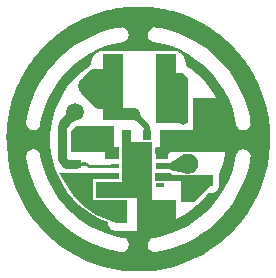
<source format=gtl>
G04 Layer_Physical_Order=1*
G04 Layer_Color=26367*
%FSLAX25Y25*%
%MOIN*%
G70*
G01*
G75*
%ADD10C,0.01181*%
%ADD11R,0.03150X0.03543*%
%ADD12R,0.03150X0.03543*%
%ADD13R,0.03543X0.03150*%
%ADD14R,0.03543X0.03150*%
%ADD15R,0.07087X0.03543*%
%ADD16R,0.03543X0.07087*%
%ADD17R,0.06693X0.22441*%
%ADD18R,0.02756X0.01378*%
%ADD19R,0.09055X0.12598*%
%ADD20C,0.01000*%
%ADD21C,0.02000*%
%ADD22C,0.04756*%
%ADD23C,0.03000*%
%ADD24C,0.01300*%
%ADD25C,0.04000*%
%ADD26R,0.04429X0.03839*%
%ADD27R,0.04823X0.03839*%
%ADD28R,0.04724X0.02264*%
%ADD29C,0.05906*%
%ADD30C,0.02362*%
%ADD31C,0.03937*%
%ADD32C,0.04724*%
%ADD33C,0.03150*%
%ADD34C,0.01969*%
G36*
X310737Y341003D02*
X314147Y340466D01*
X317503Y339663D01*
X320786Y338598D01*
X323976Y337279D01*
X327052Y335714D01*
X329996Y333912D01*
X332789Y331885D01*
X335415Y329645D01*
X337856Y327205D01*
X340099Y324582D01*
X342128Y321790D01*
X343933Y318848D01*
X345500Y315773D01*
X346822Y312584D01*
X347889Y309302D01*
X348695Y305946D01*
X349235Y302537D01*
X349506Y299096D01*
Y297486D01*
Y295545D01*
X349235Y292104D01*
X348695Y288695D01*
X347889Y285339D01*
X346822Y282057D01*
X345500Y278868D01*
X343933Y275794D01*
X342128Y272851D01*
X340099Y270060D01*
X337856Y267436D01*
X335415Y264997D01*
X332789Y262756D01*
X329996Y260729D01*
X327052Y258927D01*
X323976Y257362D01*
X320786Y256043D01*
X317503Y254979D01*
X314147Y254175D01*
X310737Y253638D01*
X307296Y253370D01*
X305571Y253371D01*
Y253371D01*
X303937Y253373D01*
X300680Y253618D01*
X297451Y254105D01*
X294266Y254830D01*
X291144Y255790D01*
X288102Y256979D01*
X285157Y258391D01*
X282325Y260018D01*
X279621Y261851D01*
X277061Y263880D01*
X274659Y266093D01*
X272428Y268479D01*
X271405Y269751D01*
X271405D01*
X271404Y269751D01*
X270237Y271202D01*
X268157Y274290D01*
X266346Y277544D01*
X264816Y280939D01*
X263580Y284452D01*
X262646Y288056D01*
X262020Y291727D01*
X261707Y295437D01*
X261708Y297321D01*
X261707Y299204D01*
X262020Y302914D01*
X262646Y306585D01*
X263580Y310190D01*
X264816Y313702D01*
X266346Y317097D01*
X268157Y320351D01*
X270237Y323440D01*
X271405Y324890D01*
X272428Y326163D01*
X274659Y328548D01*
X277061Y330761D01*
X279621Y332790D01*
X282325Y334623D01*
X285157Y336250D01*
X288102Y337662D01*
X291144Y338851D01*
X294266Y339811D01*
X297451Y340536D01*
X300680Y341023D01*
X303937Y341268D01*
X305363Y341270D01*
D01*
X305571Y341270D01*
X307296Y341271D01*
X310737Y341003D01*
D02*
G37*
%LPC*%
G36*
X270585Y294068D02*
X269826Y293936D01*
X269756Y293891D01*
X269673Y293877D01*
X269020Y293468D01*
X268972Y293400D01*
X268901Y293356D01*
X268450Y292730D01*
X268431Y292649D01*
X268382Y292582D01*
X268200Y291833D01*
X268213Y291750D01*
X268193Y291669D01*
X268250Y291288D01*
X268251Y291286D01*
X268251Y291284D01*
X268481Y289834D01*
X268490Y289819D01*
X268487Y289801D01*
X269174Y286945D01*
X269184Y286931D01*
X269183Y286913D01*
X270092Y284120D01*
X270103Y284106D01*
Y284089D01*
X271228Y281375D01*
X271240Y281363D01*
X271242Y281345D01*
X272576Y278728D01*
X272589Y278716D01*
X272592Y278699D01*
X274127Y276195D01*
X274142Y276184D01*
X274146Y276167D01*
X275872Y273791D01*
X275888Y273782D01*
X275893Y273765D01*
X277801Y271531D01*
X277817Y271523D01*
X277823Y271507D01*
X279901Y269430D01*
X279917Y269423D01*
X279925Y269407D01*
X282158Y267499D01*
X282175Y267494D01*
X282185Y267479D01*
X284561Y265752D01*
X284578Y265748D01*
X284589Y265734D01*
X287093Y264198D01*
X287110Y264196D01*
X287122Y264182D01*
X289739Y262848D01*
X289756Y262847D01*
X289769Y262834D01*
X292482Y261709D01*
X292500D01*
X292514Y261698D01*
X295307Y260789D01*
X295325Y260791D01*
X295339Y260780D01*
X298195Y260094D01*
X298213Y260097D01*
X298228Y260087D01*
X299678Y259857D01*
X299680Y259857D01*
X299682Y259856D01*
X300063Y259799D01*
X300144Y259819D01*
X300226Y259806D01*
X300975Y259988D01*
X301043Y260037D01*
X301124Y260056D01*
X301749Y260507D01*
X301793Y260578D01*
X301862Y260626D01*
X302271Y261279D01*
X302285Y261362D01*
X302329Y261432D01*
X302462Y262192D01*
X302444Y262273D01*
X302459Y262355D01*
X302296Y263108D01*
X302248Y263177D01*
X302231Y263259D01*
X301796Y263895D01*
X301726Y263941D01*
X301679Y264010D01*
X301036Y264435D01*
X300954Y264451D01*
X300884Y264497D01*
X300599Y264554D01*
X300503Y264616D01*
X298795Y264931D01*
X295444Y265824D01*
X292210Y267062D01*
X289124Y268631D01*
X286219Y270515D01*
X283527Y272692D01*
X281077Y275139D01*
X278897Y277829D01*
X277011Y280733D01*
X275439Y283818D01*
X274198Y287050D01*
X273301Y290400D01*
X272985Y292108D01*
X272959Y292148D01*
X272891Y292491D01*
X272844Y292560D01*
X272828Y292642D01*
X272403Y293285D01*
X272334Y293332D01*
X272288Y293402D01*
X271653Y293837D01*
X271571Y293854D01*
X271502Y293902D01*
X270749Y294065D01*
X270667Y294050D01*
X270585Y294068D01*
D02*
G37*
G36*
X340635D02*
X340554Y294050D01*
X340472Y294065D01*
X339718Y293902D01*
X339650Y293854D01*
X339568Y293837D01*
X338932Y293402D01*
X338886Y293332D01*
X338817Y293285D01*
X338392Y292642D01*
X338376Y292560D01*
X338330Y292491D01*
X338261Y292148D01*
X338235Y292108D01*
X337919Y290400D01*
X337022Y287050D01*
X335782Y283817D01*
X334209Y280732D01*
X332323Y277829D01*
X330143Y275139D01*
X327694Y272692D01*
X325002Y270515D01*
X322096Y268631D01*
X319010Y267062D01*
X315776Y265824D01*
X312426Y264931D01*
X310717Y264616D01*
X310622Y264554D01*
X310336Y264497D01*
X310267Y264451D01*
X310185Y264435D01*
X309542Y264010D01*
X309495Y263941D01*
X309425Y263895D01*
X308990Y263259D01*
X308973Y263177D01*
X308925Y263108D01*
X308762Y262355D01*
X308776Y262273D01*
X308758Y262192D01*
X308891Y261432D01*
X308936Y261362D01*
X308950Y261279D01*
X309359Y260626D01*
X309427Y260578D01*
X309471Y260507D01*
X310096Y260056D01*
X310178Y260037D01*
X310245Y259988D01*
X310994Y259806D01*
X311077Y259819D01*
X311158Y259799D01*
X311539Y259856D01*
X311541Y259857D01*
X311542Y259857D01*
X312993Y260087D01*
X313008Y260097D01*
X313026Y260094D01*
X315881Y260780D01*
X315896Y260791D01*
X315914Y260789D01*
X318707Y261698D01*
X318720Y261709D01*
X318738D01*
X321451Y262834D01*
X321464Y262847D01*
X321482Y262848D01*
X324099Y264182D01*
X324110Y264196D01*
X324128Y264198D01*
X326632Y265734D01*
X326642Y265748D01*
X326660Y265752D01*
X329036Y267479D01*
X329045Y267494D01*
X329062Y267499D01*
X331295Y269407D01*
X331304Y269423D01*
X331320Y269430D01*
X333397Y271507D01*
X333404Y271523D01*
X333420Y271531D01*
X335327Y273765D01*
X335333Y273782D01*
X335348Y273791D01*
X337075Y276167D01*
X337079Y276184D01*
X337093Y276195D01*
X338628Y278699D01*
X338631Y278717D01*
X338645Y278728D01*
X339979Y281345D01*
X339980Y281363D01*
X339993Y281375D01*
X341117Y284089D01*
Y284106D01*
X341129Y284120D01*
X342037Y286913D01*
X342036Y286931D01*
X342046Y286945D01*
X342733Y289801D01*
X342730Y289819D01*
X342740Y289834D01*
X342970Y291284D01*
X342969Y291286D01*
X342970Y291288D01*
X343028Y291669D01*
X343007Y291750D01*
X343020Y291833D01*
X342839Y292582D01*
X342790Y292649D01*
X342770Y292730D01*
X342320Y293356D01*
X342249Y293400D01*
X342200Y293468D01*
X341547Y293877D01*
X341465Y293891D01*
X341394Y293936D01*
X340635Y294068D01*
D02*
G37*
G36*
X311158Y334689D02*
X311077Y334669D01*
X310994Y334682D01*
X310245Y334500D01*
X310178Y334451D01*
X310096Y334432D01*
X309471Y333981D01*
X309427Y333910D01*
X309359Y333862D01*
X308950Y333209D01*
X308936Y333126D01*
X308891Y333056D01*
X308758Y332297D01*
X308776Y332215D01*
X308762Y332133D01*
X308925Y331380D01*
X308973Y331311D01*
X308990Y331229D01*
X309425Y330593D01*
X309495Y330548D01*
X309542Y330479D01*
X310185Y330053D01*
X310267Y330038D01*
X310336Y329991D01*
X310622Y329934D01*
X310717Y329872D01*
X312426Y329558D01*
X315776Y328664D01*
X319010Y327426D01*
X322096Y325857D01*
X325002Y323973D01*
X327694Y321796D01*
X330143Y319349D01*
X332323Y316659D01*
X334209Y313756D01*
X335782Y310671D01*
X337022Y307438D01*
X337919Y304088D01*
X338235Y302380D01*
X338261Y302340D01*
X338330Y301997D01*
X338376Y301928D01*
X338392Y301846D01*
X338817Y301203D01*
X338886Y301156D01*
X338932Y301086D01*
X339568Y300651D01*
X339650Y300634D01*
X339718Y300586D01*
X340472Y300423D01*
X340554Y300438D01*
X340635Y300420D01*
X341394Y300553D01*
X341465Y300597D01*
X341547Y300611D01*
X342200Y301020D01*
X342249Y301089D01*
X342320Y301132D01*
X342770Y301758D01*
X342790Y301839D01*
X342839Y301906D01*
X343020Y302656D01*
X343007Y302738D01*
X343028Y302819D01*
X342970Y303200D01*
X342969Y303202D01*
X342970Y303204D01*
X342740Y304654D01*
X342730Y304669D01*
X342733Y304687D01*
X342046Y307543D01*
X342036Y307557D01*
X342037Y307575D01*
X341129Y310368D01*
X341117Y310382D01*
Y310400D01*
X339993Y313113D01*
X339980Y313125D01*
X339979Y313143D01*
X338645Y315760D01*
X338631Y315772D01*
X338628Y315789D01*
X337093Y318293D01*
X337079Y318304D01*
X337075Y318321D01*
X335348Y320697D01*
X335333Y320707D01*
X335327Y320724D01*
X333420Y322957D01*
X333404Y322965D01*
X333397Y322981D01*
X331320Y325058D01*
X331304Y325065D01*
X331295Y325081D01*
X329062Y326989D01*
X329045Y326994D01*
X329036Y327009D01*
X326660Y328736D01*
X326642Y328740D01*
X326632Y328755D01*
X324128Y330290D01*
X324110Y330293D01*
X324099Y330306D01*
X321482Y331640D01*
X321464Y331641D01*
X321451Y331654D01*
X318738Y332779D01*
X318720D01*
X318707Y332790D01*
X315914Y333699D01*
X315896Y333697D01*
X315881Y333708D01*
X313026Y334395D01*
X313008Y334392D01*
X312993Y334401D01*
X311542Y334631D01*
X311541Y334631D01*
X311539Y334632D01*
X311158Y334689D01*
D02*
G37*
G36*
X300063D02*
X299682Y334632D01*
X299680Y334631D01*
X299678Y334631D01*
X298228Y334401D01*
X298213Y334392D01*
X298195Y334395D01*
X295339Y333708D01*
X295325Y333697D01*
X295307Y333699D01*
X292514Y332790D01*
X292500Y332779D01*
X292482D01*
X289769Y331654D01*
X289756Y331641D01*
X289739Y331640D01*
X287122Y330306D01*
X287110Y330293D01*
X287093Y330290D01*
X284589Y328755D01*
X284578Y328740D01*
X284561Y328736D01*
X282185Y327009D01*
X282175Y326994D01*
X282158Y326989D01*
X279925Y325081D01*
X279917Y325065D01*
X279901Y325058D01*
X277823Y322981D01*
X277817Y322965D01*
X277801Y322957D01*
X275893Y320724D01*
X275888Y320707D01*
X275872Y320697D01*
X274146Y318321D01*
X274142Y318304D01*
X274127Y318293D01*
X272592Y315789D01*
X272589Y315772D01*
X272576Y315760D01*
X271242Y313143D01*
X271240Y313125D01*
X271228Y313113D01*
X270103Y310400D01*
Y310382D01*
X270092Y310368D01*
X269183Y307575D01*
X269184Y307557D01*
X269174Y307543D01*
X268487Y304687D01*
X268490Y304669D01*
X268481Y304654D01*
X268251Y303204D01*
X268251Y303202D01*
X268250Y303200D01*
X268193Y302819D01*
X268213Y302738D01*
X268200Y302656D01*
X268382Y301906D01*
X268431Y301839D01*
X268450Y301758D01*
X268901Y301132D01*
X268972Y301089D01*
X269020Y301020D01*
X269673Y300611D01*
X269756Y300597D01*
X269826Y300553D01*
X270585Y300420D01*
X270667Y300438D01*
X270749Y300423D01*
X271502Y300586D01*
X271571Y300634D01*
X271653Y300651D01*
X272288Y301086D01*
X272334Y301156D01*
X272403Y301203D01*
X272828Y301846D01*
X272844Y301928D01*
X272891Y301997D01*
X272959Y302340D01*
X272985Y302380D01*
X273301Y304088D01*
X274198Y307438D01*
X275439Y310671D01*
X277011Y313756D01*
X278897Y316659D01*
X281077Y319349D01*
X283527Y321796D01*
X286219Y323973D01*
X289124Y325857D01*
X292210Y327426D01*
X295444Y328664D01*
X298795Y329558D01*
X300503Y329872D01*
X300599Y329934D01*
X300884Y329991D01*
X300954Y330038D01*
X301036Y330053D01*
X301679Y330479D01*
X301726Y330548D01*
X301796Y330593D01*
X302231Y331229D01*
X302248Y331311D01*
X302296Y331380D01*
X302459Y332133D01*
X302444Y332215D01*
X302462Y332297D01*
X302329Y333056D01*
X302285Y333126D01*
X302271Y333209D01*
X301862Y333862D01*
X301793Y333910D01*
X301749Y333981D01*
X301124Y334432D01*
X301043Y334451D01*
X300975Y334500D01*
X300226Y334682D01*
X300144Y334669D01*
X300063Y334689D01*
D02*
G37*
G36*
X305561Y327181D02*
X305376Y326994D01*
X293930Y326994D01*
X292924Y326767D01*
X291994Y326325D01*
X291183Y325689D01*
X290533Y324889D01*
X290074Y323967D01*
X289830Y322966D01*
X289814Y322094D01*
X288035Y320895D01*
X285822Y319067D01*
X283798Y317030D01*
X281982Y314806D01*
X280394Y312414D01*
X279046Y309879D01*
X277953Y307224D01*
X277125Y304475D01*
X276569Y301658D01*
X276292Y298800D01*
X276262Y297537D01*
X276156Y297319D01*
X276262Y297097D01*
X276292Y295841D01*
X276569Y292984D01*
X277125Y290167D01*
X277953Y287418D01*
X279046Y284763D01*
X280394Y282227D01*
X281982Y279836D01*
X283798Y277611D01*
X285822Y275575D01*
X288035Y273746D01*
X290417Y272142D01*
X292944Y270779D01*
X295423Y269741D01*
Y269408D01*
X295529Y268875D01*
X295736Y268374D01*
X296038Y267922D01*
X296422Y267539D01*
X296873Y267237D01*
X297375Y267029D01*
X297907Y266923D01*
X305315D01*
X305315Y277756D01*
X291634D01*
X291634Y283071D01*
X300197Y283071D01*
X300197Y300590D01*
X303051Y300590D01*
X303051Y296457D01*
X310236Y296457D01*
X310236Y281496D01*
Y277067D01*
X318110D01*
Y270727D01*
X318201Y270765D01*
X320730Y272125D01*
X323113Y273726D01*
X325329Y275552D01*
X327355Y277586D01*
X328942Y279528D01*
X330012D01*
X330544Y279633D01*
X331046Y279841D01*
X331497Y280143D01*
X331881Y280527D01*
X332183Y280978D01*
X332390Y281480D01*
X332496Y282012D01*
Y285657D01*
X333211Y287386D01*
X334042Y290134D01*
X334601Y292950D01*
X334616Y293110D01*
X312894Y293110D01*
Y300590D01*
X323819D01*
Y311122D01*
X331468D01*
X330764Y312443D01*
X329172Y314832D01*
X327355Y317055D01*
X325329Y319089D01*
X323113Y320915D01*
X321597Y321934D01*
X321597Y321936D01*
X321579Y322966D01*
X321335Y323967D01*
X320876Y324889D01*
X320226Y325689D01*
X319415Y326325D01*
X318484Y326767D01*
X317479Y326994D01*
X305766Y326994D01*
X305648Y327068D01*
X305561Y327181D01*
D02*
G37*
%LPD*%
G36*
X296370Y287660D02*
X296350Y287694D01*
X296290Y287724D01*
X296190Y287750D01*
X296050Y287773D01*
X295870Y287793D01*
X295090Y287830D01*
X294370Y287837D01*
Y288837D01*
X294750Y288839D01*
X296190Y288924D01*
X296290Y288950D01*
X296350Y288980D01*
X296370Y289014D01*
Y287660D01*
D02*
G37*
G36*
X316437Y286221D02*
X317323Y285335D01*
X330610Y285335D01*
Y281791D01*
X329528D01*
X324311Y276575D01*
X319882Y276575D01*
X319882Y283465D01*
X311319D01*
Y286221D01*
X316437Y286221D01*
D02*
G37*
G36*
X299114Y284154D02*
X290551D01*
Y277067D01*
X301772D01*
Y269488D01*
X298130Y269488D01*
X291535Y272146D01*
X288181Y274511D01*
X284005Y278688D01*
X279126Y286220D01*
X299114Y286221D01*
X299114Y284154D01*
D02*
G37*
G36*
X286704Y289969D02*
X286749Y289928D01*
X286824Y289891D01*
X286929Y289860D01*
X287064Y289833D01*
X287229Y289811D01*
X287649Y289781D01*
X288189Y289772D01*
Y288772D01*
X287904Y288769D01*
X287064Y288711D01*
X286929Y288684D01*
X286824Y288652D01*
X286749Y288615D01*
X286704Y288574D01*
X286689Y288527D01*
Y290016D01*
X286704Y289969D01*
D02*
G37*
G36*
X306319Y305577D02*
X306403Y305393D01*
X306541Y305165D01*
X306734Y304894D01*
X307286Y304223D01*
X308059Y303379D01*
X309052Y302363D01*
X307637Y300948D01*
X307107Y301472D01*
X304835Y303459D01*
X304607Y303597D01*
X304423Y303681D01*
X304282Y303709D01*
X306291Y305718D01*
X306319Y305577D01*
D02*
G37*
G36*
X320472Y319488D02*
X322342Y317618D01*
X322342Y302756D01*
X319494D01*
X319497Y302700D01*
X319458Y302708D01*
X319359Y302715D01*
X317977Y302737D01*
X316437Y302740D01*
Y302756D01*
X311614D01*
X311614Y319488D01*
X320472Y319488D01*
D02*
G37*
G36*
X284257Y303471D02*
X284159Y303452D01*
X284012Y303376D01*
X283816Y303243D01*
X283572Y303052D01*
X282937Y302501D01*
X281080Y300711D01*
X278959Y302832D01*
X279492Y303370D01*
X281624Y305764D01*
X281700Y305911D01*
X281719Y306009D01*
X284257Y303471D01*
D02*
G37*
G36*
X323290Y292395D02*
X323881Y292150D01*
X324413Y291795D01*
X324865Y291342D01*
X325221Y290810D01*
X325466Y290219D01*
X325590Y289592D01*
Y289272D01*
Y288942D01*
X325462Y288296D01*
X325210Y287686D01*
X324843Y287138D01*
X324377Y286672D01*
X323829Y286306D01*
X323220Y286054D01*
X322574Y285925D01*
X321521D01*
X320874Y286054D01*
X316043Y287205D01*
Y287681D01*
X314063Y287660D01*
Y289014D01*
X314089Y289009D01*
X314167Y289004D01*
X316043Y288991D01*
Y289469D01*
X319682Y291795D01*
X320214Y292150D01*
X320805Y292395D01*
X321432Y292520D01*
X322662D01*
X323290Y292395D01*
D02*
G37*
G36*
X297539Y293061D02*
X283169D01*
Y300197D01*
X284842Y301870D01*
X297539D01*
Y293061D01*
D02*
G37*
D10*
X303298Y340899D02*
X302304Y340835D01*
X301312Y340747D01*
X300323Y340637D01*
X299336Y340505D01*
X298353Y340349D01*
X297373Y340171D01*
X296398Y339970D01*
X295427Y339748D01*
X294462Y339502D01*
X293503Y339235D01*
X292550Y338946D01*
X291604Y338635D01*
X290666Y338302D01*
X289736Y337948D01*
X288813Y337572D01*
X287900Y337176D01*
X286996Y336758D01*
X286102Y336320D01*
X285218Y335861D01*
X284346Y335382D01*
X283484Y334884D01*
X282634Y334365D01*
X281796Y333827D01*
X280971Y333270D01*
X280158Y332695D01*
X279359Y332100D01*
X278574Y331488D01*
X277804Y330857D01*
X277048Y330209D01*
X276307Y329544D01*
X275581Y328862D01*
X274872Y328164D01*
X274179Y327449D01*
X273502Y326718D01*
X272842Y325973D01*
X272200Y325212D01*
X271575Y324437D01*
X270968Y323647D01*
X270380Y322844D01*
X269810Y322027D01*
X269259Y321198D01*
X268728Y320356D01*
X268215Y319502D01*
X267723Y318637D01*
X267251Y317760D01*
X266799Y316873D01*
X266367Y315976D01*
X265956Y315069D01*
X265566Y314153D01*
X265198Y313228D01*
X264850Y312295D01*
X264524Y311354D01*
X264220Y310406D01*
X263938Y309451D01*
X263678Y308490D01*
X263440Y307523D01*
X263224Y306551D01*
X263031Y305575D01*
X262860Y304594D01*
X262712Y303609D01*
X262586Y302621D01*
X262483Y301631D01*
X262403Y300639D01*
X262346Y299644D01*
X262312Y298649D01*
X262300Y297654D01*
X348914D02*
X348903Y298659D01*
X348868Y299663D01*
X348810Y300666D01*
X348728Y301667D01*
X348623Y302667D01*
X348495Y303663D01*
X348344Y304657D01*
X348170Y305646D01*
X347974Y306632D01*
X347754Y307612D01*
X347512Y308587D01*
X347247Y309557D01*
X346959Y310519D01*
X346650Y311475D01*
X346318Y312424D01*
X345964Y313364D01*
X345589Y314296D01*
X345192Y315219D01*
X344774Y316133D01*
X344335Y317037D01*
X343875Y317930D01*
X343394Y318812D01*
X342893Y319683D01*
X342372Y320543D01*
X341831Y321389D01*
X341270Y322223D01*
X340691Y323044D01*
X340092Y323851D01*
X339475Y324644D01*
X338840Y325423D01*
X338187Y326186D01*
X337516Y326934D01*
X336828Y327667D01*
X336123Y328383D01*
X335402Y329083D01*
X334665Y329765D01*
X333912Y330431D01*
X333144Y331079D01*
X332361Y331709D01*
X331564Y332320D01*
X330753Y332913D01*
X329928Y333487D01*
X329090Y334042D01*
X328240Y334577D01*
X327377Y335092D01*
X326503Y335587D01*
X325617Y336061D01*
X324721Y336515D01*
X323814Y336948D01*
X322897Y337360D01*
X321971Y337750D01*
X321037Y338119D01*
X320094Y338466D01*
X319143Y338791D01*
X318185Y339094D01*
X317220Y339375D01*
X316249Y339633D01*
X315272Y339869D01*
X314290Y340082D01*
X313304Y340272D01*
X312313Y340439D01*
X311318Y340583D01*
X310321Y340704D01*
X309321Y340802D01*
X308319Y340876D01*
X307315Y340927D01*
X306311Y340955D01*
X305306Y340960D01*
X304302Y340941D01*
X303298Y340899D01*
D11*
X314516Y298819D02*
D03*
X301425D02*
D03*
D12*
X308516Y298819D02*
D03*
X295425Y298819D02*
D03*
D13*
X284941Y295323D02*
D03*
D14*
X284941Y289323D02*
D03*
D15*
X326870Y283661D02*
D03*
Y295079D02*
D03*
D16*
X300000Y272736D02*
D03*
X311417Y272736D02*
D03*
D17*
X314961Y314961D02*
D03*
X297244D02*
D03*
D18*
X297736Y291487D02*
D03*
Y288337D02*
D03*
Y285187D02*
D03*
Y282038D02*
D03*
X312697D02*
D03*
Y285187D02*
D03*
Y288337D02*
D03*
Y291487D02*
D03*
D19*
X305217Y286762D02*
D03*
D20*
X284939Y289272D02*
X288189D01*
X289124Y288337D01*
X297736D01*
D21*
X308500Y298900D02*
Y301500D01*
X316437Y303740D02*
X320276D01*
X320472Y303937D01*
X314958Y305219D02*
X316437Y303740D01*
X314958Y305219D02*
Y314000D01*
X304291Y305709D02*
X308500Y301500D01*
D22*
X288400Y315861D02*
X290886Y318347D01*
X288400Y315000D02*
Y315861D01*
Y313864D02*
Y315000D01*
Y313864D02*
X292480Y309784D01*
X289876Y314114D02*
X297718D01*
X290886Y318347D02*
X297423D01*
X292480Y309784D02*
X297736D01*
D23*
X280020Y290945D02*
X281642Y289323D01*
X280020Y290945D02*
Y301772D01*
X284646Y306398D01*
X284890Y289272D02*
X284939Y289320D01*
X281642Y289323D02*
X284941D01*
D24*
X312697Y288337D02*
X319538D01*
X320472Y289272D01*
X284939Y289320D02*
X284941Y289323D01*
D25*
X297933Y306299D02*
X298524Y305709D01*
X304291D01*
D26*
X313533Y292667D02*
D03*
D27*
X296703D02*
D03*
D28*
X313681Y288337D02*
D03*
D29*
X285728Y282185D02*
D03*
X284646Y306398D02*
D03*
X288400Y315000D02*
D03*
D30*
X330512Y307480D02*
D03*
X332579Y295177D02*
D03*
X333957Y298524D02*
D03*
X327362D02*
D03*
Y303248D02*
D03*
X333957D02*
D03*
X320965Y284055D02*
D03*
X320472Y289272D02*
D03*
X292323Y273228D02*
D03*
X306988Y270571D02*
D03*
X316167Y268239D02*
D03*
X321240Y270172D02*
D03*
X325704Y273298D02*
D03*
X329557Y277151D02*
D03*
X334985Y286553D02*
D03*
X336395Y291816D02*
D03*
X336870Y297321D02*
D03*
X336395Y302672D02*
D03*
X334985Y307936D02*
D03*
X332574Y312980D02*
D03*
X329557Y317337D02*
D03*
X325704Y321191D02*
D03*
X285517D02*
D03*
X281664Y317337D02*
D03*
X278538Y312874D02*
D03*
X276236Y307936D02*
D03*
X274825Y302672D02*
D03*
X274351Y297364D02*
D03*
X274825Y291816D02*
D03*
X276236Y286553D02*
D03*
X278538Y281614D02*
D03*
X281664Y277151D02*
D03*
X285517Y273298D02*
D03*
X289980Y270172D02*
D03*
X294765Y267933D02*
D03*
X319882Y317854D02*
D03*
Y315138D02*
D03*
Y312421D02*
D03*
Y309705D02*
D03*
Y306988D02*
D03*
X322047Y291339D02*
D03*
X315256Y275886D02*
D03*
X292717Y294783D02*
D03*
X323622Y289272D02*
D03*
X322047Y287106D02*
D03*
X312303Y293504D02*
D03*
X315256D02*
D03*
X313779Y295472D02*
D03*
X316732D02*
D03*
X306890Y276575D02*
D03*
D31*
X330610Y301476D02*
D03*
D32*
X322736Y279331D02*
D03*
D33*
X320472Y303937D02*
D03*
D34*
X307382Y291093D02*
D03*
X307382Y286762D02*
D03*
X307382Y282432D02*
D03*
X303051Y291093D02*
D03*
Y286762D02*
D03*
X303051Y282432D02*
D03*
M02*

</source>
